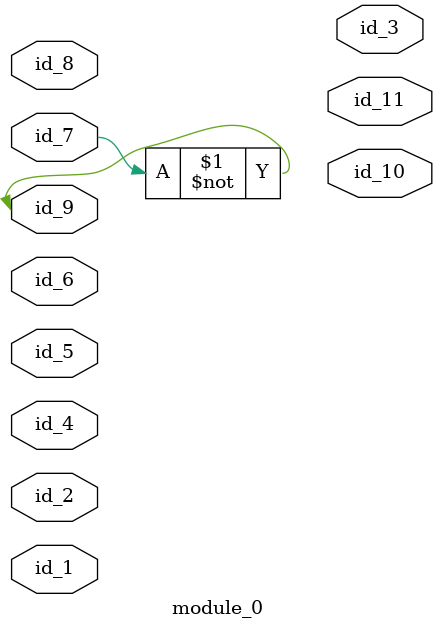
<source format=v>
module module_0 (
    id_1,
    id_2,
    id_3,
    id_4,
    id_5,
    id_6,
    id_7,
    id_8,
    id_9,
    id_10,
    id_11
);
  output wire id_11;
  output wire id_10;
  inout wire id_9;
  inout wire id_8;
  input wire id_7;
  input wire id_6;
  inout wire id_5;
  inout wire id_4;
  output wire id_3;
  inout wire id_2;
  input wire id_1;
  assign id_9 = ~id_7;
  genvar id_12;
endmodule
module module_1;
  wire id_2;
  module_0 modCall_1 (
      id_2,
      id_2,
      id_2,
      id_2,
      id_2,
      id_2,
      id_2,
      id_2,
      id_2,
      id_2,
      id_2
  );
endmodule

</source>
